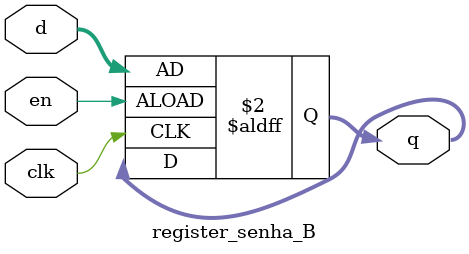
<source format=sv>
module register_senha_B (
	input logic clk,
	input logic en,
	input logic [2:0] d,
	output logic [2:0] q
);

	always_ff@(posedge clk, posedge en) begin
		if (en) begin
			q <= d;
		end
	end
		
endmodule


</source>
